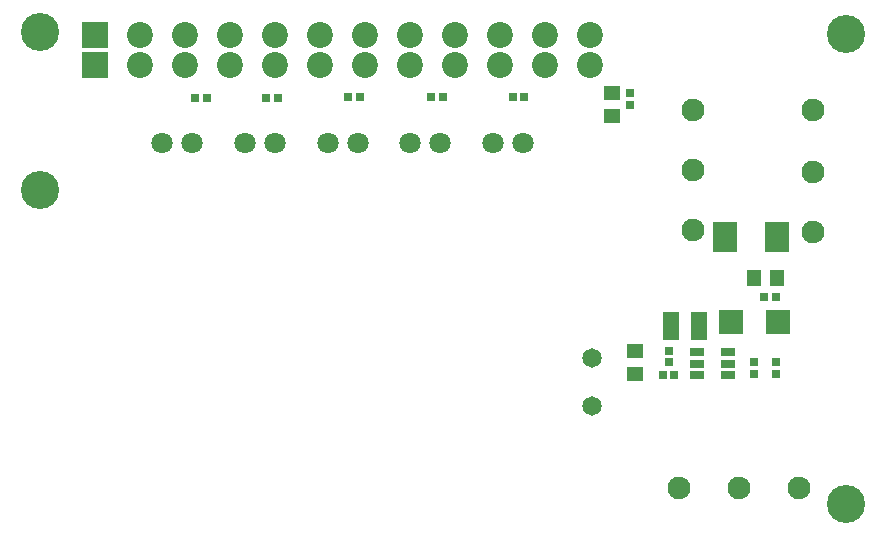
<source format=gbs>
G04*
G04 #@! TF.GenerationSoftware,Altium Limited,Altium Designer,23.1.1 (15)*
G04*
G04 Layer_Color=16711935*
%FSLAX44Y44*%
%MOMM*%
G71*
G04*
G04 #@! TF.SameCoordinates,DA8C0BEE-71F1-460D-B415-3B7703EDD080*
G04*
G04*
G04 #@! TF.FilePolarity,Negative*
G04*
G01*
G75*
%ADD13C,3.2300*%
%ADD14C,2.2000*%
%ADD15R,2.2000X2.2000*%
%ADD16R,0.1000X0.1000*%
%ADD17C,1.8000*%
%ADD18C,1.9300*%
%ADD19C,1.6540*%
%ADD39R,0.7300X0.7300*%
%ADD40R,2.1300X2.1300*%
%ADD41R,0.7300X0.7300*%
%ADD42R,1.4300X1.2300*%
%ADD43R,1.4000X2.3300*%
%ADD44R,1.2300X0.7300*%
%ADD45R,1.2300X1.4300*%
%ADD46R,2.1300X2.5300*%
D13*
X969000Y838000D02*
D03*
Y1236000D02*
D03*
X287000Y1238000D02*
D03*
Y1104000D02*
D03*
D14*
X637800Y1210000D02*
D03*
X675900D02*
D03*
X714000D02*
D03*
X752100D02*
D03*
X485400D02*
D03*
X523500D02*
D03*
X561600D02*
D03*
X599700D02*
D03*
X371100D02*
D03*
X409200D02*
D03*
X447300D02*
D03*
X637800Y1235400D02*
D03*
X675900D02*
D03*
X714000D02*
D03*
X752100D02*
D03*
X485400D02*
D03*
X523500D02*
D03*
X561600D02*
D03*
X599700D02*
D03*
X371100D02*
D03*
X409200D02*
D03*
X447300D02*
D03*
D15*
X333000Y1210000D02*
D03*
Y1235400D02*
D03*
D16*
X717909Y1143980D02*
D03*
X367909D02*
D03*
D17*
X390000Y1144000D02*
D03*
X415935D02*
D03*
X460338D02*
D03*
X485534D02*
D03*
X530401D02*
D03*
X555774D02*
D03*
X600019D02*
D03*
X625705D02*
D03*
X670127D02*
D03*
X695525D02*
D03*
D18*
X941000Y1171600D02*
D03*
Y1119000D02*
D03*
Y1068200D02*
D03*
X840000Y1120800D02*
D03*
Y1171600D02*
D03*
Y1070000D02*
D03*
X879000Y852000D02*
D03*
X929800D02*
D03*
X828200D02*
D03*
D19*
X754000Y962000D02*
D03*
Y921360D02*
D03*
D39*
X824000Y947000D02*
D03*
X814000D02*
D03*
X910000Y1013000D02*
D03*
X900000D02*
D03*
X428000Y1182000D02*
D03*
X418000D02*
D03*
X478000D02*
D03*
X488000D02*
D03*
X548000Y1183000D02*
D03*
X558000D02*
D03*
X628000D02*
D03*
X618000D02*
D03*
X697000D02*
D03*
X687000D02*
D03*
D40*
X872000Y992000D02*
D03*
X912000D02*
D03*
D41*
X786000Y1186000D02*
D03*
Y1176000D02*
D03*
X819000Y968000D02*
D03*
Y958000D02*
D03*
X891000Y948000D02*
D03*
Y958000D02*
D03*
X910000D02*
D03*
Y948000D02*
D03*
D42*
X771000Y1167000D02*
D03*
Y1186000D02*
D03*
X791000Y948500D02*
D03*
Y967500D02*
D03*
D43*
X821350Y989000D02*
D03*
X844650D02*
D03*
D44*
X843000Y966500D02*
D03*
Y957000D02*
D03*
Y947500D02*
D03*
X869000D02*
D03*
Y957000D02*
D03*
Y966500D02*
D03*
D45*
X891540Y1029730D02*
D03*
X910540D02*
D03*
D46*
X911000Y1064000D02*
D03*
X867000D02*
D03*
M02*

</source>
